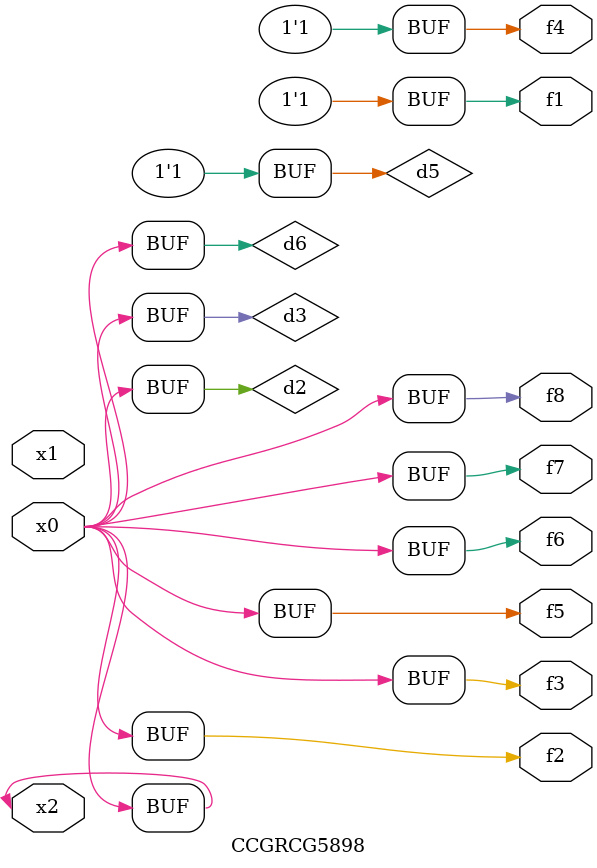
<source format=v>
module CCGRCG5898(
	input x0, x1, x2,
	output f1, f2, f3, f4, f5, f6, f7, f8
);

	wire d1, d2, d3, d4, d5, d6;

	xnor (d1, x2);
	buf (d2, x0, x2);
	and (d3, x0);
	xnor (d4, x1, x2);
	nand (d5, d1, d3);
	buf (d6, d2, d3);
	assign f1 = d5;
	assign f2 = d6;
	assign f3 = d6;
	assign f4 = d5;
	assign f5 = d6;
	assign f6 = d6;
	assign f7 = d6;
	assign f8 = d6;
endmodule

</source>
